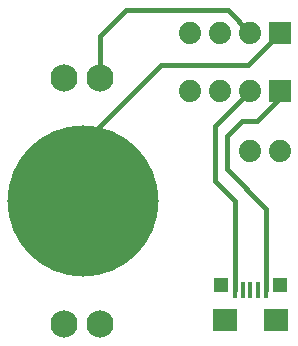
<source format=gtl>
G75*
G70*
%OFA0B0*%
%FSLAX24Y24*%
%IPPOS*%
%LPD*%
%AMOC8*
5,1,8,0,0,1.08239X$1,22.5*
%
%ADD10C,0.5039*%
%ADD11C,0.0906*%
%ADD12R,0.0740X0.0740*%
%ADD13C,0.0740*%
%ADD14R,0.0846X0.0748*%
%ADD15R,0.0472X0.0512*%
%ADD16R,0.0157X0.0531*%
%ADD17C,0.0160*%
D10*
X002974Y004915D03*
D11*
X002344Y000820D03*
X003565Y000820D03*
X003565Y009009D03*
X002344Y009009D03*
D12*
X009549Y008604D03*
X009549Y010533D03*
D13*
X008549Y010533D03*
X007549Y010533D03*
X006549Y010533D03*
X006549Y008604D03*
X007549Y008604D03*
X008549Y008604D03*
X008549Y006596D03*
X009549Y006596D03*
D14*
X009419Y000950D03*
X007710Y000950D03*
D15*
X007580Y002131D03*
X009549Y002131D03*
D16*
X009076Y001966D03*
X008820Y001966D03*
X008565Y001966D03*
X008309Y001966D03*
X008053Y001966D03*
D17*
X008061Y004919D01*
X007372Y005608D01*
X007372Y007427D01*
X008549Y008604D01*
X008470Y009454D02*
X009549Y010533D01*
X008549Y010533D02*
X007801Y011281D01*
X004419Y011281D01*
X003565Y010427D01*
X003565Y009009D01*
X005569Y009454D02*
X002974Y006860D01*
X002974Y004915D01*
X005569Y009454D02*
X008470Y009454D01*
X009549Y008604D02*
X009549Y008352D01*
X008777Y007580D01*
X008273Y007580D01*
X007769Y007076D01*
X007769Y005982D01*
X009092Y004659D01*
X009076Y001966D01*
M02*

</source>
